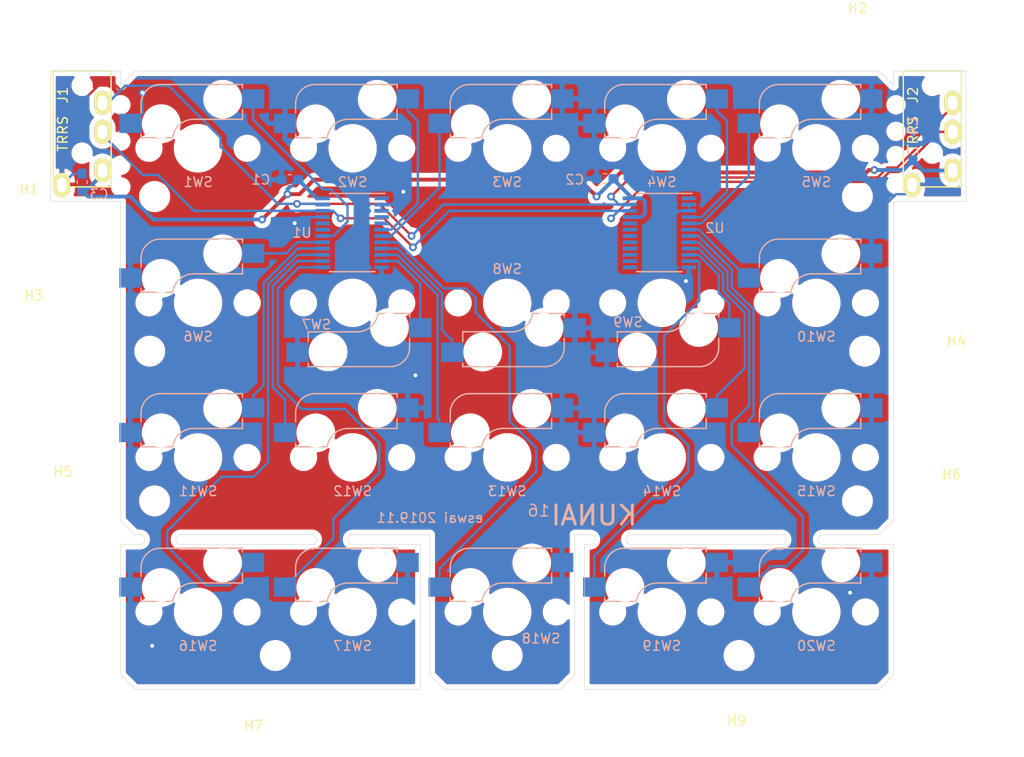
<source format=kicad_pcb>
(kicad_pcb (version 20171130) (host pcbnew "(5.1.4-0-10_14)")
  (layers (0 F.Cu signal) (31 B.Cu signal) (34 B.Paste user hide) (35 F.Paste user hide) (36 B.SilkS user) (37 F.SilkS user) (38 B.Mask user hide) (39 F.Mask user hide) (44 Edge.Cuts user))
  (net 0 "")
  (net 1 GND)
  (net 2 VCC)
  (net 3 SDA)
  (net 4 SCL)
  (net 5 S1)
  (net 6 S2)
  (net 7 S3)
  (net 8 S4)
  (net 9 S5)
  (net 10 S6)
  (net 11 S7)
  (net 12 S8)
  (net 13 S9)
  (net 14 S10)
  (net 15 S11)
  (net 16 S12)
  (net 17 S13)
  (net 18 S14)
  (net 19 S15)
  (net 20 S16)
  (net 21 S17)
  (net 22 S18)
  (net 23 S19)
  (net 24 S20)
  (module eswai:MJ-4PP-9_v3 (layer F.Cu) (at 124 24)
    (fp_text reference J2 (at -2 2.5 90) (layer F.SilkS))
    (fp_text value AudioJack4 hide)
    (fp_text user TRRS (at -2 6.5 90) (layer F.SilkS))
    (pad "" np_thru_hole circle (at 0 1.5) (size 1.2 1.2) (drill 1.2) (layers *.Cu *.Mask F.SilkS))
    (pad "" np_thru_hole circle (at 0 8.5) (size 1.2 1.2) (drill 1.2) (layers *.Cu *.Mask F.SilkS))
    (pad R2 thru_hole oval (at 2.1 3.3) (size 1.7 2.5) (drill oval 1 1.5) (layers *.Cu *.Mask F.SilkS) (net 3 SDA))
    (pad R1 thru_hole oval (at 2.1 6.3) (size 1.7 2.5) (drill oval 1 1.5) (layers *.Cu *.Mask F.SilkS) (net 4 SCL))
    (pad T thru_hole oval (at 2.1 10.3) (size 1.7 2.5) (drill oval 1 1.5) (layers *.Cu *.Mask F.SilkS) (net 2 VCC) (clearance 0.15))
    (pad S thru_hole oval (at -2.1 11.8) (size 1.7 2.5) (drill oval 1 1.5) (layers *.Cu *.Mask F.SilkS) (net 1 GND) (clearance 0.15))
  )
  (module eswai:MJ-4PP-9_v3 (layer F.Cu) (at 36 24)
    (fp_text reference J1 (at -2 2.5 90) (layer F.SilkS))
    (fp_text value AudioJack4 hide)
    (fp_text user TRRS (at -2 6.5 90) (layer F.SilkS))
    (pad "" np_thru_hole circle (at 0 1.5) (size 1.2 1.2) (drill 1.2) (layers *.Cu *.Mask F.SilkS))
    (pad "" np_thru_hole circle (at 0 8.5) (size 1.2 1.2) (drill 1.2) (layers *.Cu *.Mask F.SilkS))
    (pad R2 thru_hole oval (at 2.1 3.3) (size 1.7 2.5) (drill oval 1 1.5) (layers *.Cu *.Mask F.SilkS) (net 3 SDA))
    (pad R1 thru_hole oval (at 2.1 6.3) (size 1.7 2.5) (drill oval 1 1.5) (layers *.Cu *.Mask F.SilkS) (net 4 SCL))
    (pad T thru_hole oval (at 2.1 10.3) (size 1.7 2.5) (drill oval 1 1.5) (layers *.Cu *.Mask F.SilkS) (net 2 VCC) (clearance 0.15))
    (pad S thru_hole oval (at -2.1 11.8) (size 1.7 2.5) (drill oval 1 1.5) (layers *.Cu *.Mask F.SilkS) (net 1 GND) (clearance 0.15))
  )
  (module eswai:HOLE_copy (layer F.Cu) (at 120.25 35.75)
    (fp_text reference Ref**)
    (fp_text value Val**)
    (pad "" np_thru_hole circle (at 0 0) (size 1 1) (drill 1) (layers *.Cu *.Mask))
  )
  (module eswai:HOLE_copy (layer F.Cu) (at 120.25 32.75)
    (fp_text reference Ref**)
    (fp_text value Val**)
    (pad "" np_thru_hole circle (at 0 0) (size 1 1) (drill 1) (layers *.Cu *.Mask))
  )
  (module eswai:HOLE_copy (layer F.Cu) (at 120.25 30.25)
    (fp_text reference Ref**)
    (fp_text value Val**)
    (pad "" np_thru_hole circle (at 0 0) (size 1 1) (drill 1) (layers *.Cu *.Mask))
  )
  (module eswai:HOLE_copy (layer F.Cu) (at 120.25 27.5)
    (fp_text reference Ref**)
    (fp_text value Val**)
    (pad "" np_thru_hole circle (at 0 0) (size 1 1) (drill 1) (layers *.Cu *.Mask))
  )
  (module eswai:HOLE_copy (layer F.Cu) (at 40 36)
    (fp_text reference Ref**)
    (fp_text value Val**)
    (pad "" np_thru_hole circle (at 0 0) (size 1 1) (drill 1) (layers *.Cu *.Mask))
  )
  (module eswai:HOLE_copy (layer F.Cu) (at 40 33.75)
    (fp_text reference Ref**)
    (fp_text value Val**)
    (pad "" np_thru_hole circle (at 0 0) (size 1 1) (drill 1) (layers *.Cu *.Mask))
  )
  (module eswai:HOLE_copy (layer F.Cu) (at 40 31.25)
    (fp_text reference Ref**)
    (fp_text value Val**)
    (pad "" np_thru_hole circle (at 0 0) (size 1 1) (drill 1) (layers *.Cu *.Mask))
  )
  (module eswai:HOLE_copy (layer F.Cu) (at 40 27.5)
    (fp_text reference Ref**)
    (fp_text value Val**)
    (pad "" np_thru_hole circle (at 0 0) (size 1 1) (drill 1) (layers *.Cu *.Mask))
  )
  (module MountingHole:MountingHole_2.2mm_M2 (layer F.Cu) (at 104 84.5)
    (fp_text reference H9 (at -0.25 6.75) (layer F.SilkS))
    (fp_text value MountingHole)
    (pad 1 np_thru_hole circle (at 0 0) (size 2.2 2.2) (drill 2.2) (layers *.Cu *.Mask))
  )
  (module MountingHole:MountingHole_2.2mm_M2 (layer F.Cu) (at 80 84.5)
    (fp_text reference H8 (at 0 -3.2) (layer F.SilkS))
    (fp_text value MountingHole)
    (pad 1 np_thru_hole circle (at 0 0) (size 2.2 2.2) (drill 2.2) (layers *.Cu *.Mask))
  )
  (module MountingHole:MountingHole_2.2mm_M2 (layer F.Cu) (at 56 84.5)
    (fp_text reference H7 (at -2.25 7.25) (layer F.SilkS))
    (fp_text value MountingHole)
    (pad 1 np_thru_hole circle (at 0 0) (size 2.2 2.2) (drill 2.2) (layers *.Cu *.Mask))
  )
  (module MountingHole:MountingHole_2.2mm_M2 (layer F.Cu) (at 116.25 68.5)
    (fp_text reference H6 (at 9.75 -2.75) (layer F.SilkS))
    (fp_text value MountingHole)
    (pad 1 np_thru_hole circle (at 0 0) (size 2.2 2.2) (drill 2.2) (layers *.Cu *.Mask))
  )
  (module MountingHole:MountingHole_2.2mm_M2 (layer F.Cu) (at 43.5 68.5)
    (fp_text reference H5 (at -9.5 -3) (layer F.SilkS))
    (fp_text value MountingHole)
    (pad 1 np_thru_hole circle (at 0 0) (size 2.2 2.2) (drill 2.2) (layers *.Cu *.Mask))
  )
  (module MountingHole:MountingHole_2.2mm_M2 (layer F.Cu) (at 117 53)
    (fp_text reference H4 (at 9.5 -1) (layer F.SilkS))
    (fp_text value MountingHole)
    (pad 1 np_thru_hole circle (at 0 0) (size 2.2 2.2) (drill 2.2) (layers *.Cu *.Mask))
  )
  (module MountingHole:MountingHole_2.2mm_M2 (layer F.Cu) (at 43 53)
    (fp_text reference H3 (at -12 -5.75) (layer F.SilkS))
    (fp_text value MountingHole)
    (pad 1 np_thru_hole circle (at 0 0) (size 2.2 2.2) (drill 2.2) (layers *.Cu *.Mask))
  )
  (module eswai:CherryMX_Hotswap (layer F.Cu) (at 112 80)
    (fp_text reference SW20 (at 0 3.5) (layer B.SilkS) (effects (justify mirror)))
    (fp_text value SW_PUSH hide)
    (pad 2 smd rect (at 5.7 -5.12 180) (size 2.3 2) (layers B.Cu B.Paste B.Mask) (net 1 GND))
    (pad "" np_thru_hole circle (at -5.08 0) (size 1.8 1.8) (drill 1.8) (layers *.Cu *.Mask))
    (pad "" np_thru_hole circle (at 5.08 0) (size 1.8 1.8) (drill 1.8) (layers *.Cu *.Mask))
    (pad "" np_thru_hole circle (at 0 0 90) (size 4 4) (drill 4) (layers *.Cu *.Mask))
    (pad "" np_thru_hole circle (at 2.54 -5.08 180) (size 3 3) (drill 3) (layers *.Cu *.Mask))
    (pad "" np_thru_hole circle (at -3.81 -2.54 180) (size 3 3) (drill 3) (layers *.Cu *.Mask))
    (pad 1 smd rect (at -7 -2.58 180) (size 2.3 2) (layers B.Cu B.Paste B.Mask) (net 24 S20))
  )
  (module eswai:CherryMX_Hotswap (layer F.Cu) (at 96 80)
    (fp_text reference SW19 (at 0 3.5) (layer B.SilkS) (effects (justify mirror)))
    (fp_text value SW_PUSH hide)
    (pad 2 smd rect (at 5.7 -5.12 180) (size 2.3 2) (layers B.Cu B.Paste B.Mask) (net 1 GND))
    (pad "" np_thru_hole circle (at -5.08 0) (size 1.8 1.8) (drill 1.8) (layers *.Cu *.Mask))
    (pad "" np_thru_hole circle (at 5.08 0) (size 1.8 1.8) (drill 1.8) (layers *.Cu *.Mask))
    (pad "" np_thru_hole circle (at 0 0 90) (size 4 4) (drill 4) (layers *.Cu *.Mask))
    (pad "" np_thru_hole circle (at 2.54 -5.08 180) (size 3 3) (drill 3) (layers *.Cu *.Mask))
    (pad "" np_thru_hole circle (at -3.81 -2.54 180) (size 3 3) (drill 3) (layers *.Cu *.Mask))
    (pad 1 smd rect (at -7 -2.58 180) (size 2.3 2) (layers B.Cu B.Paste B.Mask) (net 23 S19))
  )
  (module eswai:CherryMX_Hotswap (layer F.Cu) (at 80 80)
    (fp_text reference SW18 (at 3.5 2.75) (layer B.SilkS) (effects (justify mirror)))
    (fp_text value SW_PUSH hide)
    (pad 2 smd rect (at 5.7 -5.12 180) (size 2.3 2) (layers B.Cu B.Paste B.Mask) (net 1 GND))
    (pad "" np_thru_hole circle (at -5.08 0) (size 1.8 1.8) (drill 1.8) (layers *.Cu *.Mask))
    (pad "" np_thru_hole circle (at 5.08 0) (size 1.8 1.8) (drill 1.8) (layers *.Cu *.Mask))
    (pad "" np_thru_hole circle (at 0 0 90) (size 4 4) (drill 4) (layers *.Cu *.Mask))
    (pad "" np_thru_hole circle (at 2.54 -5.08 180) (size 3 3) (drill 3) (layers *.Cu *.Mask))
    (pad "" np_thru_hole circle (at -3.81 -2.54 180) (size 3 3) (drill 3) (layers *.Cu *.Mask))
    (pad 1 smd rect (at -7 -2.58 180) (size 2.3 2) (layers B.Cu B.Paste B.Mask) (net 22 S18))
  )
  (module eswai:CherryMX_Hotswap (layer F.Cu) (at 64 80)
    (fp_text reference SW17 (at 0 3.5) (layer B.SilkS) (effects (justify mirror)))
    (fp_text value SW_PUSH hide)
    (pad 2 smd rect (at 5.7 -5.12 180) (size 2.3 2) (layers B.Cu B.Paste B.Mask) (net 1 GND))
    (pad "" np_thru_hole circle (at -5.08 0) (size 1.8 1.8) (drill 1.8) (layers *.Cu *.Mask))
    (pad "" np_thru_hole circle (at 5.08 0) (size 1.8 1.8) (drill 1.8) (layers *.Cu *.Mask))
    (pad "" np_thru_hole circle (at 0 0 90) (size 4 4) (drill 4) (layers *.Cu *.Mask))
    (pad "" np_thru_hole circle (at 2.54 -5.08 180) (size 3 3) (drill 3) (layers *.Cu *.Mask))
    (pad "" np_thru_hole circle (at -3.81 -2.54 180) (size 3 3) (drill 3) (layers *.Cu *.Mask))
    (pad 1 smd rect (at -7 -2.58 180) (size 2.3 2) (layers B.Cu B.Paste B.Mask) (net 21 S17))
  )
  (module eswai:CherryMX_Hotswap (layer F.Cu) (at 48 80)
    (fp_text reference SW16 (at 0 3.5) (layer B.SilkS) (effects (justify mirror)))
    (fp_text value SW_PUSH hide)
    (pad 2 smd rect (at 5.7 -5.12 180) (size 2.3 2) (layers B.Cu B.Paste B.Mask) (net 20 S16))
    (pad "" np_thru_hole circle (at -5.08 0) (size 1.8 1.8) (drill 1.8) (layers *.Cu *.Mask))
    (pad "" np_thru_hole circle (at 5.08 0) (size 1.8 1.8) (drill 1.8) (layers *.Cu *.Mask))
    (pad "" np_thru_hole circle (at 0 0 90) (size 4 4) (drill 4) (layers *.Cu *.Mask))
    (pad "" np_thru_hole circle (at 2.54 -5.08 180) (size 3 3) (drill 3) (layers *.Cu *.Mask))
    (pad "" np_thru_hole circle (at -3.81 -2.54 180) (size 3 3) (drill 3) (layers *.Cu *.Mask))
    (pad 1 smd rect (at -7 -2.58 180) (size 2.3 2) (layers B.Cu B.Paste B.Mask) (net 1 GND))
  )
  (module eswai:CherryMX_Hotswap (layer F.Cu) (at 112 64)
    (fp_text reference SW15 (at 0 3.5) (layer B.SilkS) (effects (justify mirror)))
    (fp_text value SW_PUSH hide)
    (pad 2 smd rect (at 5.7 -5.12 180) (size 2.3 2) (layers B.Cu B.Paste B.Mask) (net 1 GND))
    (pad "" np_thru_hole circle (at -5.08 0) (size 1.8 1.8) (drill 1.8) (layers *.Cu *.Mask))
    (pad "" np_thru_hole circle (at 5.08 0) (size 1.8 1.8) (drill 1.8) (layers *.Cu *.Mask))
    (pad "" np_thru_hole circle (at 0 0 90) (size 4 4) (drill 4) (layers *.Cu *.Mask))
    (pad "" np_thru_hole circle (at 2.54 -5.08 180) (size 3 3) (drill 3) (layers *.Cu *.Mask))
    (pad "" np_thru_hole circle (at -3.81 -2.54 180) (size 3 3) (drill 3) (layers *.Cu *.Mask))
    (pad 1 smd rect (at -7 -2.58 180) (size 2.3 2) (layers B.Cu B.Paste B.Mask) (net 19 S15))
  )
  (module eswai:CherryMX_Hotswap (layer F.Cu) (at 96 64)
    (fp_text reference SW14 (at 0 3.5) (layer B.SilkS) (effects (justify mirror)))
    (fp_text value SW_PUSH hide)
    (pad 2 smd rect (at 5.7 -5.12 180) (size 2.3 2) (layers B.Cu B.Paste B.Mask) (net 18 S14))
    (pad "" np_thru_hole circle (at -5.08 0) (size 1.8 1.8) (drill 1.8) (layers *.Cu *.Mask))
    (pad "" np_thru_hole circle (at 5.08 0) (size 1.8 1.8) (drill 1.8) (layers *.Cu *.Mask))
    (pad "" np_thru_hole circle (at 0 0 90) (size 4 4) (drill 4) (layers *.Cu *.Mask))
    (pad "" np_thru_hole circle (at 2.54 -5.08 180) (size 3 3) (drill 3) (layers *.Cu *.Mask))
    (pad "" np_thru_hole circle (at -3.81 -2.54 180) (size 3 3) (drill 3) (layers *.Cu *.Mask))
    (pad 1 smd rect (at -7 -2.58 180) (size 2.3 2) (layers B.Cu B.Paste B.Mask) (net 1 GND))
  )
  (module eswai:CherryMX_Hotswap (layer F.Cu) (at 80 64)
    (fp_text reference SW13 (at 0 3.5) (layer B.SilkS) (effects (justify mirror)))
    (fp_text value SW_PUSH hide)
    (pad 2 smd rect (at 5.7 -5.12 180) (size 2.3 2) (layers B.Cu B.Paste B.Mask) (net 1 GND))
    (pad "" np_thru_hole circle (at -5.08 0) (size 1.8 1.8) (drill 1.8) (layers *.Cu *.Mask))
    (pad "" np_thru_hole circle (at 5.08 0) (size 1.8 1.8) (drill 1.8) (layers *.Cu *.Mask))
    (pad "" np_thru_hole circle (at 0 0 90) (size 4 4) (drill 4) (layers *.Cu *.Mask))
    (pad "" np_thru_hole circle (at 2.54 -5.08 180) (size 3 3) (drill 3) (layers *.Cu *.Mask))
    (pad "" np_thru_hole circle (at -3.81 -2.54 180) (size 3 3) (drill 3) (layers *.Cu *.Mask))
    (pad 1 smd rect (at -7 -2.58 180) (size 2.3 2) (layers B.Cu B.Paste B.Mask) (net 17 S13))
  )
  (module eswai:CherryMX_Hotswap (layer F.Cu) (at 64 64)
    (fp_text reference SW12 (at 0 3.5) (layer B.SilkS) (effects (justify mirror)))
    (fp_text value SW_PUSH hide)
    (pad 2 smd rect (at 5.7 -5.12 180) (size 2.3 2) (layers B.Cu B.Paste B.Mask) (net 1 GND))
    (pad "" np_thru_hole circle (at -5.08 0) (size 1.8 1.8) (drill 1.8) (layers *.Cu *.Mask))
    (pad "" np_thru_hole circle (at 5.08 0) (size 1.8 1.8) (drill 1.8) (layers *.Cu *.Mask))
    (pad "" np_thru_hole circle (at 0 0 90) (size 4 4) (drill 4) (layers *.Cu *.Mask))
    (pad "" np_thru_hole circle (at 2.54 -5.08 180) (size 3 3) (drill 3) (layers *.Cu *.Mask))
    (pad "" np_thru_hole circle (at -3.81 -2.54 180) (size 3 3) (drill 3) (layers *.Cu *.Mask))
    (pad 1 smd rect (at -7 -2.58 180) (size 2.3 2) (layers B.Cu B.Paste B.Mask) (net 16 S12))
  )
  (module eswai:CherryMX_Hotswap (layer F.Cu) (at 48 64)
    (fp_text reference SW11 (at 0 3.5) (layer B.SilkS) (effects (justify mirror)))
    (fp_text value SW_PUSH hide)
    (pad 2 smd rect (at 5.7 -5.12 180) (size 2.3 2) (layers B.Cu B.Paste B.Mask) (net 15 S11))
    (pad "" np_thru_hole circle (at -5.08 0) (size 1.8 1.8) (drill 1.8) (layers *.Cu *.Mask))
    (pad "" np_thru_hole circle (at 5.08 0) (size 1.8 1.8) (drill 1.8) (layers *.Cu *.Mask))
    (pad "" np_thru_hole circle (at 0 0 90) (size 4 4) (drill 4) (layers *.Cu *.Mask))
    (pad "" np_thru_hole circle (at 2.54 -5.08 180) (size 3 3) (drill 3) (layers *.Cu *.Mask))
    (pad "" np_thru_hole circle (at -3.81 -2.54 180) (size 3 3) (drill 3) (layers *.Cu *.Mask))
    (pad 1 smd rect (at -7 -2.58 180) (size 2.3 2) (layers B.Cu B.Paste B.Mask) (net 1 GND))
  )
  (module eswai:CherryMX_Hotswap (layer F.Cu) (at 112 48)
    (fp_text reference SW10 (at 0 3.5) (layer B.SilkS) (effects (justify mirror)))
    (fp_text value SW_PUSH hide)
    (pad 2 smd rect (at 5.7 -5.12 180) (size 2.3 2) (layers B.Cu B.Paste B.Mask) (net 1 GND))
    (pad "" np_thru_hole circle (at -5.08 0) (size 1.8 1.8) (drill 1.8) (layers *.Cu *.Mask))
    (pad "" np_thru_hole circle (at 5.08 0) (size 1.8 1.8) (drill 1.8) (layers *.Cu *.Mask))
    (pad "" np_thru_hole circle (at 0 0 90) (size 4 4) (drill 4) (layers *.Cu *.Mask))
    (pad "" np_thru_hole circle (at 2.54 -5.08 180) (size 3 3) (drill 3) (layers *.Cu *.Mask))
    (pad "" np_thru_hole circle (at -3.81 -2.54 180) (size 3 3) (drill 3) (layers *.Cu *.Mask))
    (pad 1 smd rect (at -7 -2.58 180) (size 2.3 2) (layers B.Cu B.Paste B.Mask) (net 14 S10))
  )
  (module eswai:CherryMX_Hotswap (layer F.Cu) (at 96 48 180)
    (fp_text reference SW9 (at 3.5 -2) (layer B.SilkS) (effects (justify mirror)))
    (fp_text value SW_PUSH hide)
    (pad 2 smd rect (at 5.7 -5.12) (size 2.3 2) (layers B.Cu B.Paste B.Mask) (net 1 GND))
    (pad "" np_thru_hole circle (at -5.08 0 180) (size 1.8 1.8) (drill 1.8) (layers *.Cu *.Mask))
    (pad "" np_thru_hole circle (at 5.08 0 180) (size 1.8 1.8) (drill 1.8) (layers *.Cu *.Mask))
    (pad "" np_thru_hole circle (at 0 0 270) (size 4 4) (drill 4) (layers *.Cu *.Mask))
    (pad "" np_thru_hole circle (at 2.54 -5.08) (size 3 3) (drill 3) (layers *.Cu *.Mask))
    (pad "" np_thru_hole circle (at -3.81 -2.54) (size 3 3) (drill 3) (layers *.Cu *.Mask))
    (pad 1 smd rect (at -7 -2.58) (size 2.3 2) (layers B.Cu B.Paste B.Mask) (net 13 S9))
  )
  (module eswai:CherryMX_Hotswap (layer F.Cu) (at 80 48 180)
    (fp_text reference SW8 (at 0 3.5) (layer B.SilkS) (effects (justify mirror)))
    (fp_text value SW_PUSH hide)
    (pad 2 smd rect (at 5.7 -5.12) (size 2.3 2) (layers B.Cu B.Paste B.Mask) (net 12 S8))
    (pad "" np_thru_hole circle (at -5.08 0 180) (size 1.8 1.8) (drill 1.8) (layers *.Cu *.Mask))
    (pad "" np_thru_hole circle (at 5.08 0 180) (size 1.8 1.8) (drill 1.8) (layers *.Cu *.Mask))
    (pad "" np_thru_hole circle (at 0 0 270) (size 4 4) (drill 4) (layers *.Cu *.Mask))
    (pad "" np_thru_hole circle (at 2.54 -5.08) (size 3 3) (drill 3) (layers *.Cu *.Mask))
    (pad "" np_thru_hole circle (at -3.81 -2.54) (size 3 3) (drill 3) (layers *.Cu *.Mask))
    (pad 1 smd rect (at -7 -2.58) (size 2.3 2) (layers B.Cu B.Paste B.Mask) (net 1 GND))
  )
  (module eswai:CherryMX_Hotswap (layer F.Cu) (at 64 48 180)
    (fp_text reference SW7 (at 3.75 -2.25) (layer B.SilkS) (effects (justify mirror)))
    (fp_text value SW_PUSH hide)
    (pad 2 smd rect (at 5.7 -5.12) (size 2.3 2) (layers B.Cu B.Paste B.Mask) (net 1 GND))
    (pad "" np_thru_hole circle (at -5.08 0 180) (size 1.8 1.8) (drill 1.8) (layers *.Cu *.Mask))
    (pad "" np_thru_hole circle (at 5.08 0 180) (size 1.8 1.8) (drill 1.8) (layers *.Cu *.Mask))
    (pad "" np_thru_hole circle (at 0 0 270) (size 4 4) (drill 4) (layers *.Cu *.Mask))
    (pad "" np_thru_hole circle (at 2.54 -5.08) (size 3 3) (drill 3) (layers *.Cu *.Mask))
    (pad "" np_thru_hole circle (at -3.81 -2.54) (size 3 3) (drill 3) (layers *.Cu *.Mask))
    (pad 1 smd rect (at -7 -2.58) (size 2.3 2) (layers B.Cu B.Paste B.Mask) (net 11 S7))
  )
  (module eswai:CherryMX_Hotswap (layer F.Cu) (at 48 48)
    (fp_text reference SW6 (at 0 3.5) (layer B.SilkS) (effects (justify mirror)))
    (fp_text value SW_PUSH hide)
    (pad 2 smd rect (at 5.7 -5.12 180) (size 2.3 2) (layers B.Cu B.Paste B.Mask) (net 10 S6))
    (pad "" np_thru_hole circle (at -5.08 0) (size 1.8 1.8) (drill 1.8) (layers *.Cu *.Mask))
    (pad "" np_thru_hole circle (at 5.08 0) (size 1.8 1.8) (drill 1.8) (layers *.Cu *.Mask))
    (pad "" np_thru_hole circle (at 0 0 90) (size 4 4) (drill 4) (layers *.Cu *.Mask))
    (pad "" np_thru_hole circle (at 2.54 -5.08 180) (size 3 3) (drill 3) (layers *.Cu *.Mask))
    (pad "" np_thru_hole circle (at -3.81 -2.54 180) (size 3 3) (drill 3) (layers *.Cu *.Mask))
    (pad 1 smd rect (at -7 -2.58 180) (size 2.3 2) (layers B.Cu B.Paste B.Mask) (net 1 GND))
  )
  (module eswai:CherryMX_Hotswap (layer F.Cu) (at 112 32)
    (fp_text reference SW5 (at 0 3.5) (layer B.SilkS) (effects (justify mirror)))
    (fp_text value SW_PUSH hide)
    (pad 2 smd rect (at 5.7 -5.12 180) (size 2.3 2) (layers B.Cu B.Paste B.Mask) (net 1 GND))
    (pad "" np_thru_hole circle (at -5.08 0) (size 1.8 1.8) (drill 1.8) (layers *.Cu *.Mask))
    (pad "" np_thru_hole circle (at 5.08 0) (size 1.8 1.8) (drill 1.8) (layers *.Cu *.Mask))
    (pad "" np_thru_hole circle (at 0 0 90) (size 4 4) (drill 4) (layers *.Cu *.Mask))
    (pad "" np_thru_hole circle (at 2.54 -5.08 180) (size 3 3) (drill 3) (layers *.Cu *.Mask))
    (pad "" np_thru_hole circle (at -3.81 -2.54 180) (size 3 3) (drill 3) (layers *.Cu *.Mask))
    (pad 1 smd rect (at -7 -2.58 180) (size 2.3 2) (layers B.Cu B.Paste B.Mask) (net 9 S5))
  )
  (module eswai:CherryMX_Hotswap (layer F.Cu) (at 96 32)
    (fp_text reference SW4 (at 0 3.5) (layer B.SilkS) (effects (justify mirror)))
    (fp_text value SW_PUSH hide)
    (pad 2 smd rect (at 5.7 -5.12 180) (size 2.3 2) (layers B.Cu B.Paste B.Mask) (net 8 S4))
    (pad "" np_thru_hole circle (at -5.08 0) (size 1.8 1.8) (drill 1.8) (layers *.Cu *.Mask))
    (pad "" np_thru_hole circle (at 5.08 0) (size 1.8 1.8) (drill 1.8) (layers *.Cu *.Mask))
    (pad "" np_thru_hole circle (at 0 0 90) (size 4 4) (drill 4) (layers *.Cu *.Mask))
    (pad "" np_thru_hole circle (at 2.54 -5.08 180) (size 3 3) (drill 3) (layers *.Cu *.Mask))
    (pad "" np_thru_hole circle (at -3.81 -2.54 180) (size 3 3) (drill 3) (layers *.Cu *.Mask))
    (pad 1 smd rect (at -7 -2.58 180) (size 2.3 2) (layers B.Cu B.Paste B.Mask) (net 1 GND))
  )
  (module eswai:CherryMX_Hotswap (layer F.Cu) (at 80 32)
    (fp_text reference SW3 (at 0 3.5) (layer B.SilkS) (effects (justify mirror)))
    (fp_text value SW_PUSH hide)
    (pad 2 smd rect (at 5.7 -5.12 180) (size 2.3 2) (layers B.Cu B.Paste B.Mask) (net 1 GND))
    (pad "" np_thru_hole circle (at -5.08 0) (size 1.8 1.8) (drill 1.8) (layers *.Cu *.Mask))
    (pad "" np_thru_hole circle (at 5.08 0) (size 1.8 1.8) (drill 1.8) (layers *.Cu *.Mask))
    (pad "" np_thru_hole circle (at 0 0 90) (size 4 4) (drill 4) (layers *.Cu *.Mask))
    (pad "" np_thru_hole circle (at 2.54 -5.08 180) (size 3 3) (drill 3) (layers *.Cu *.Mask))
    (pad "" np_thru_hole circle (at -3.81 -2.54 180) (size 3 3) (drill 3) (layers *.Cu *.Mask))
    (pad 1 smd rect (at -7 -2.58 180) (size 2.3 2) (layers B.Cu B.Paste B.Mask) (net 7 S3))
  )
  (module eswai:CherryMX_Hotswap (layer F.Cu) (at 64 32)
    (fp_text reference SW2 (at 0 3.5) (layer B.SilkS) (effects (justify mirror)))
    (fp_text value SW_PUSH hide)
    (pad 2 smd rect (at 5.7 -5.12 180) (size 2.3 2) (layers B.Cu B.Paste B.Mask) (net 6 S2))
    (pad "" np_thru_hole circle (at -5.08 0) (size 1.8 1.8) (drill 1.8) (layers *.Cu *.Mask))
    (pad "" np_thru_hole circle (at 5.08 0) (size 1.8 1.8) (drill 1.8) (layers *.Cu *.Mask))
    (pad "" np_thru_hole circle (at 0 0 90) (size 4 4) (drill 4) (layers *.Cu *.Mask))
    (pad "" np_thru_hole circle (at 2.54 -5.08 180) (size 3 3) (drill 3) (layers *.Cu *.Mask))
    (pad "" np_thru_hole circle (at -3.81 -2.54 180) (size 3 3) (drill 3) (layers *.Cu *.Mask))
    (pad 1 smd rect (at -7 -2.58 180) (size 2.3 2) (layers B.Cu B.Paste B.Mask) (net 1 GND))
  )
  (module eswai:CherryMX_Hotswap (layer F.Cu) (at 48 32)
    (fp_text reference SW1 (at 0 3.5) (layer B.SilkS) (effects (justify mirror)))
    (fp_text value SW_PUSH hide)
    (pad 2 smd rect (at 5.7 -5.12 180) (size 2.3 2) (layers B.Cu B.Paste B.Mask) (net 5 S1))
    (pad "" np_thru_hole circle (at -5.08 0) (size 1.8 1.8) (drill 1.8) (layers *.Cu *.Mask))
    (pad "" np_thru_hole circle (at 5.08 0) (size 1.8 1.8) (drill 1.8) (layers *.Cu *.Mask))
    (pad "" np_thru_hole circle (at 0 0 90) (size 4 4) (drill 4) (layers *.Cu *.Mask))
    (pad "" np_thru_hole circle (at 2.54 -5.08 180) (size 3 3) (drill 3) (layers *.Cu *.Mask))
    (pad "" np_thru_hole circle (at -3.81 -2.54 180) (size 3 3) (drill 3) (layers *.Cu *.Mask))
    (pad 1 smd rect (at -7 -2.58 180) (size 2.3 2) (layers B.Cu B.Paste B.Mask) (net 1 GND))
  )
  (module Capacitor_SMD:C_0603_1608Metric_Pad1.05x0.95mm_HandSolder (layer B.Cu) (at 122 32.375 90)
    (fp_text reference C4 (at 2.625 0 90) (layer B.SilkS) (effects (justify mirror)))
    (fp_text value 1uF)
    (pad 2 smd roundrect (at 0.875 0 90) (size 1.05 0.95) (layers B.Cu B.Paste B.Mask) (net 1 GND))
    (pad 1 smd roundrect (at -0.875 0 90) (size 1.05 0.95) (layers B.Cu B.Paste B.Mask) (net 2 VCC))
  )
  (module Capacitor_SMD:C_0603_1608Metric_Pad1.05x0.95mm_HandSolder (layer B.Cu) (at 36 35.5 90)
    (fp_text reference C3 (at -1.25 1.75 180) (layer B.SilkS) (effects (justify mirror)))
    (fp_text value 1uF)
    (pad 2 smd roundrect (at 0.875 0 90) (size 1.05 0.95) (layers B.Cu B.Paste B.Mask) (net 1 GND))
    (pad 1 smd roundrect (at -0.875 0 90) (size 1.05 0.95) (layers B.Cu B.Paste B.Mask) (net 2 VCC))
  )
  (module Capacitor_SMD:C_0603_1608Metric_Pad1.05x0.95mm_HandSolder (layer B.Cu) (at 90.1375 35.15 180)
    (fp_text reference C2 (at 3.1375 -0.1) (layer B.SilkS) (effects (justify mirror)))
    (fp_text value 100nF)
    (pad 2 smd roundrect (at 0.875 0 180) (size 1.05 0.95) (layers B.Cu B.Paste B.Mask) (net 1 GND))
    (pad 1 smd roundrect (at -0.875 0 180) (size 1.05 0.95) (layers B.Cu B.Paste B.Mask) (net 2 VCC))
  )
  (module Capacitor_SMD:C_0603_1608Metric_Pad1.05x0.95mm_HandSolder (layer B.Cu) (at 57.5 35.25 180)
    (fp_text reference C1 (at 3 0) (layer B.SilkS) (effects (justify mirror)))
    (fp_text value 100nF)
    (pad 2 smd roundrect (at 0.875 0 180) (size 1.05 0.95) (layers B.Cu B.Paste B.Mask) (net 1 GND))
    (pad 1 smd roundrect (at -0.875 0 180) (size 1.05 0.95) (layers B.Cu B.Paste B.Mask) (net 2 VCC))
  )
  (module eswai:TSSOP-24_4.4x7.8mm_P0.65mm (layer B.Cu) (at 95.75 40.75 180)
    (fp_text reference U2 (at -5.75 0.5) (layer B.SilkS) (effects (justify mirror)))
    (fp_text value PCA9555PW)
    (pad 1 smd rect (at -3.05 3.575 180) (size 1.5 0.4) (layers B.Cu B.Paste B.Mask))
    (pad 2 smd rect (at -3.05 2.925 180) (size 1.5 0.4) (layers B.Cu B.Paste B.Mask) (net 1 GND))
    (pad 3 smd rect (at -3.05 2.275 180) (size 1.5 0.4) (layers B.Cu B.Paste B.Mask) (net 1 GND))
    (pad 4 smd rect (at -3.05 1.625 180) (size 1.5 0.4) (layers B.Cu B.Paste B.Mask) (net 8 S4))
    (pad 5 smd rect (at -3.05 0.975 180) (size 1.5 0.4) (layers B.Cu B.Paste B.Mask) (net 9 S5))
    (pad 6 smd rect (at -3.05 0.325 180) (size 1.5 0.4) (layers B.Cu B.Paste B.Mask) (net 14 S10))
    (pad 7 smd rect (at -3.05 -0.325 180) (size 1.5 0.4) (layers B.Cu B.Paste B.Mask) (net 19 S15))
    (pad 8 smd rect (at -3.05 -0.975 180) (size 1.5 0.4) (layers B.Cu B.Paste B.Mask) (net 24 S20))
    (pad 9 smd rect (at -3.05 -1.625 180) (size 1.5 0.4) (layers B.Cu B.Paste B.Mask) (net 18 S14))
    (pad 10 smd rect (at -3.05 -2.275 180) (size 1.5 0.4) (layers B.Cu B.Paste B.Mask) (net 13 S9))
    (pad 11 smd rect (at -3.05 -2.925 180) (size 1.5 0.4) (layers B.Cu B.Paste B.Mask) (net 23 S19))
    (pad 12 smd rect (at -3.05 -3.575 180) (size 1.5 0.4) (layers B.Cu B.Paste B.Mask) (net 1 GND))
    (pad 13 smd rect (at 3.05 -3.575 180) (size 1.5 0.4) (layers B.Cu B.Paste B.Mask))
    (pad 14 smd rect (at 3.05 -2.925 180) (size 1.5 0.4) (layers B.Cu B.Paste B.Mask))
    (pad 15 smd rect (at 3.05 -2.275 180) (size 1.5 0.4) (layers B.Cu B.Paste B.Mask))
    (pad 16 smd rect (at 3.05 -1.625 180) (size 1.5 0.4) (layers B.Cu B.Paste B.Mask))
    (pad 17 smd rect (at 3.05 -0.975 180) (size 1.5 0.4) (layers B.Cu B.Paste B.Mask))
    (pad 18 smd rect (at 3.05 -0.325 180) (size 1.5 0.4) (layers B.Cu B.Paste B.Mask))
    (pad 19 smd rect (at 3.05 0.325 180) (size 1.5 0.4) (layers B.Cu B.Paste B.Mask))
    (pad 20 smd rect (at 3.05 0.975 180) (size 1.5 0.4) (layers B.Cu B.Paste B.Mask))
    (pad 21 smd rect (at 3.05 1.625 180) (size 1.5 0.4) (layers B.Cu B.Paste B.Mask) (net 2 VCC))
    (pad 22 smd rect (at 3.05 2.275 180) (size 1.5 0.4) (layers B.Cu B.Paste B.Mask) (net 4 SCL))
    (pad 23 smd rect (at 3.05 2.925 180) (size 1.5 0.4) (layers B.Cu B.Paste B.Mask) (net 3 SDA))
    (pad 24 smd rect (at 3.05 3.575 180) (size 1.5 0.4) (layers B.Cu B.Paste B.Mask) (net 2 VCC))
  )
  (module eswai:TSSOP-24_4.4x7.8mm_P0.65mm (layer B.Cu) (at 63.95 40.75 180)
    (fp_text reference U1 (at 5.2 0) (layer B.SilkS) (effects (justify mirror)))
    (fp_text value PCA9555PW)
    (pad 1 smd rect (at -3.05 3.575 180) (size 1.5 0.4) (layers B.Cu B.Paste B.Mask))
    (pad 2 smd rect (at -3.05 2.925 180) (size 1.5 0.4) (layers B.Cu B.Paste B.Mask) (net 1 GND))
    (pad 3 smd rect (at -3.05 2.275 180) (size 1.5 0.4) (layers B.Cu B.Paste B.Mask) (net 1 GND))
    (pad 4 smd rect (at -3.05 1.625 180) (size 1.5 0.4) (layers B.Cu B.Paste B.Mask))
    (pad 5 smd rect (at -3.05 0.975 180) (size 1.5 0.4) (layers B.Cu B.Paste B.Mask))
    (pad 6 smd rect (at -3.05 0.325 180) (size 1.5 0.4) (layers B.Cu B.Paste B.Mask) (net 6 S2))
    (pad 7 smd rect (at -3.05 -0.325 180) (size 1.5 0.4) (layers B.Cu B.Paste B.Mask) (net 7 S3))
    (pad 8 smd rect (at -3.05 -0.975 180) (size 1.5 0.4) (layers B.Cu B.Paste B.Mask) (net 22 S18))
    (pad 9 smd rect (at -3.05 -1.625 180) (size 1.5 0.4) (layers B.Cu B.Paste B.Mask) (net 12 S8))
    (pad 10 smd rect (at -3.05 -2.275 180) (size 1.5 0.4) (layers B.Cu B.Paste B.Mask) (net 17 S13))
    (pad 11 smd rect (at -3.05 -2.925 180) (size 1.5 0.4) (layers B.Cu B.Paste B.Mask) (net 11 S7))
    (pad 12 smd rect (at -3.05 -3.575 180) (size 1.5 0.4) (layers B.Cu B.Paste B.Mask) (net 1 GND))
    (pad 13 smd rect (at 3.05 -3.575 180) (size 1.5 0.4) (layers B.Cu B.Paste B.Mask) (net 21 S17))
    (pad 14 smd rect (at 3.05 -2.925 180) (size 1.5 0.4) (layers B.Cu B.Paste B.Mask) (net 16 S12))
    (pad 15 smd rect (at 3.05 -2.275 180) (size 1.5 0.4) (layers B.Cu B.Paste B.Mask) (net 20 S16))
    (pad 16 smd rect (at 3.05 -1.625 180) (size 1.5 0.4) (layers B.Cu B.Paste B.Mask) (net 15 S11))
    (pad 17 smd rect (at 3.05 -0.975 180) (size 1.5 0.4) (layers B.Cu B.Paste B.Mask) (net 10 S6))
    (pad 18 smd rect (at 3.05 -0.325 180) (size 1.5 0.4) (layers B.Cu B.Paste B.Mask) (net 5 S1))
    (pad 19 smd rect (at 3.05 0.325 180) (size 1.5 0.4) (layers B.Cu B.Paste B.Mask))
    (pad 20 smd rect (at 3.05 0.975 180) (size 1.5 0.4) (layers B.Cu B.Paste B.Mask))
    (pad 21 smd rect (at 3.05 1.625 180) (size 1.5 0.4) (layers B.Cu B.Paste B.Mask) (net 1 GND))
    (pad 22 smd rect (at 3.05 2.275 180) (size 1.5 0.4) (layers B.Cu B.Paste B.Mask) (net 4 SCL))
    (pad 23 smd rect (at 3.05 2.925 180) (size 1.5 0.4) (layers B.Cu B.Paste B.Mask) (net 3 SDA))
    (pad 24 smd rect (at 3.05 3.575 180) (size 1.5 0.4) (layers B.Cu B.Paste B.Mask) (net 2 VCC))
  )
  (module MountingHole:MountingHole_2.2mm_M2 (layer F.Cu) (at 116.25 37)
    (fp_text reference H2 (at 0 -19.5) (layer F.SilkS))
    (fp_text value MountingHole)
    (pad 1 np_thru_hole circle (at 0 0) (size 2.2 2.2) (drill 2.2) (layers *.Cu *.Mask))
  )
  (module MountingHole:MountingHole_2.2mm_M2 (layer F.Cu) (at 43.5 37)
    (fp_text reference H1 (at -13 -0.75) (layer F.SilkS))
    (fp_text value MountingHole)
    (pad 1 np_thru_hole circle (at 0 0) (size 2.2 2.2) (drill 2.2) (layers *.Cu *.Mask))
  )
  (gr_line (start 40 24) (end 32.75 24) (layer Edge.Cuts) (width 0.05))
  (gr_line (start 40 25.5) (end 40 24) (layer Edge.Cuts) (width 0.05))
  (gr_line (start 40 25.5) (end 41.5 24) (layer Edge.Cuts) (width 0.05))
  (gr_line (start 120 24) (end 127.5 24) (layer Edge.Cuts) (width 0.05))
  (gr_line (start 120 25.5) (end 120 24) (layer Edge.Cuts) (width 0.05))
  (gr_line (start 118.5 24) (end 120 25.5) (layer Edge.Cuts) (width 0.05))
  (gr_text 16 (at 83.25 69.5) (layer B.SilkS) (effects (font (size 1.2 1.2)) (justify mirror)))
  (gr_line (start 40 70.5) (end 41.5 72) (layer Edge.Cuts) (width 0.05))
  (gr_line (start 40 86.5) (end 41.5 88) (layer Edge.Cuts) (width 0.05))
  (gr_line (start 72 86.5) (end 73.5 88) (layer Edge.Cuts) (width 0.05))
  (gr_line (start 87 86.5) (end 85.5 88) (layer Edge.Cuts) (width 0.05))
  (gr_line (start 120 70.5) (end 118.5 72) (layer Edge.Cuts) (width 0.05))
  (gr_line (start 120 86.5) (end 118.5 88) (layer Edge.Cuts) (width 0.05))
  (gr_line (start 127.5 37.5) (end 120 37.5) (layer Edge.Cuts) (width 0.05))
  (gr_line (start 127.5 24) (end 127.5 37.5) (layer Edge.Cuts) (width 0.05))
  (gr_line (start 32.75 37.5) (end 40 37.5) (layer Edge.Cuts) (width 0.05))
  (gr_line (start 32.75 24) (end 32.75 37.5) (layer Edge.Cuts) (width 0.05))
  (gr_text KUNAI (at 89 70) (layer B.SilkS) (effects (font (size 2 2) (thickness 0.3)) (justify mirror)))
  (gr_line (start 92.8 72) (end 108.4 72) (layer Edge.Cuts) (width 0.05))
  (gr_line (start 108.4 73) (end 92.8 73) (layer Edge.Cuts) (width 0.05))
  (gr_arc (start 112.65 72.5) (end 112.65 72) (angle -180) (layer Edge.Cuts) (width 0.05))
  (gr_arc (start 108.4 72.5) (end 108.4 73) (angle -180) (layer Edge.Cuts) (width 0.05))
  (gr_line (start 46.2 73) (end 59.8 73) (layer Edge.Cuts) (width 0.05))
  (gr_line (start 59.8 72) (end 46.2 72) (layer Edge.Cuts) (width 0.05))
  (gr_arc (start 42 72.5) (end 42 73) (angle -180) (layer Edge.Cuts) (width 0.05))
  (gr_arc (start 46.2 72.5) (end 46.2 72) (angle -180) (layer Edge.Cuts) (width 0.05))
  (gr_line (start 88 88) (end 118.5 88) (layer Edge.Cuts) (width 0.05))
  (gr_line (start 88.6 72) (end 87 72) (layer Edge.Cuts) (width 0.05))
  (gr_line (start 88 88) (end 88 73) (layer Edge.Cuts) (width 0.05))
  (gr_line (start 120 73) (end 120 86.5) (layer Edge.Cuts) (width 0.05))
  (gr_line (start 88 73) (end 88.6 73) (layer Edge.Cuts) (width 0.05))
  (gr_arc (start 88.6 72.5) (end 88.6 73) (angle -180) (layer Edge.Cuts) (width 0.05))
  (gr_arc (start 92.8 72.5) (end 92.8 72) (angle -180) (layer Edge.Cuts) (width 0.05))
  (gr_line (start 112.65 73) (end 120 73) (layer Edge.Cuts) (width 0.05))
  (gr_line (start 40 73) (end 42 73) (layer Edge.Cuts) (width 0.05))
  (gr_line (start 42 72) (end 41.5 72) (layer Edge.Cuts) (width 0.05))
  (gr_arc (start 59.8 72.5) (end 59.8 73) (angle -180) (layer Edge.Cuts) (width 0.05))
  (gr_arc (start 64 72.5) (end 64 72) (angle -180) (layer Edge.Cuts) (width 0.05))
  (gr_line (start 64 73) (end 71 73) (layer Edge.Cuts) (width 0.05))
  (gr_line (start 40 86.5) (end 40 73) (layer Edge.Cuts) (width 0.05))
  (gr_line (start 71 88) (end 41.5 88) (layer Edge.Cuts) (width 0.05))
  (gr_line (start 71 73) (end 71 88) (layer Edge.Cuts) (width 0.05))
  (gr_line (start 72 86.5) (end 72 72) (layer Edge.Cuts) (width 0.05))
  (gr_line (start 72 72) (end 64 72) (layer Edge.Cuts) (width 0.05))
  (gr_line (start 41.5 24) (end 118.5 24) (layer Edge.Cuts) (width 0.05))
  (gr_text "eswai 2019.11" (at 72 70.25) (layer B.SilkS) (effects (font (size 1 1)) (justify mirror)))
  (gr_line (start 120 70.5) (end 120 37.5) (layer Edge.Cuts) (width 0.05))
  (gr_line (start 112.65 72) (end 118.5 72) (layer Edge.Cuts) (width 0.05))
  (gr_line (start 87 86.5) (end 87 72) (layer Edge.Cuts) (width 0.05))
  (gr_line (start 73.5 88) (end 85.5 88) (layer Edge.Cuts) (width 0.05))
  (gr_line (start 40 70.5) (end 40 37.5) (layer Edge.Cuts) (width 0.05))
  (segment (start 58.625 39.125) (end 58 39.75) (width 0.25) (layer B.Cu) (net 1))
  (via (at 58 39.75) (size 0.8) (drill 0.4) (layers F.Cu B.Cu) (net 1))
  (segment (start 60.9 39.125) (end 58.625 39.125) (width 0.25) (layer B.Cu) (net 1))
  (via (at 70.5 55.5) (size 0.8) (drill 0.4) (layers F.Cu B.Cu) (net 1))
  (segment (start 69.7 56.3) (end 70.5 55.5) (width 0.25) (layer B.Cu) (net 1))
  (segment (start 69.7 58.88) (end 69.7 56.3) (width 0.25) (layer B.Cu) (net 1))
  (via (at 43.25 83.5) (size 0.8) (drill 0.4) (layers F.Cu B.Cu) (net 1))
  (segment (start 41 81.25) (end 43.25 83.5) (width 0.25) (layer B.Cu) (net 1))
  (segment (start 41 77.42) (end 41 81.25) (width 0.25) (layer B.Cu) (net 1))
  (via (at 98.5 45.75) (size 0.8) (drill 0.4) (layers F.Cu B.Cu) (net 1))
  (segment (start 98.8 44.325) (end 98.8 45.45) (width 0.25) (layer B.Cu) (net 1))
  (segment (start 98.8 45.45) (end 98.5 45.75) (width 0.25) (layer B.Cu) (net 1))
  (segment (start 115.83 78) (end 115.5 78) (width 0.25) (layer B.Cu) (net 1))
  (via (at 115.5 78) (size 0.8) (drill 0.4) (layers F.Cu B.Cu) (net 1))
  (segment (start 117.7 76.13) (end 115.83 78) (width 0.25) (layer B.Cu) (net 1))
  (segment (start 117.7 74.88) (end 117.7 76.13) (width 0.25) (layer B.Cu) (net 1))
  (segment (start 41.15 29.42) (end 42.25 28.32) (width 0.25) (layer B.Cu) (net 1))
  (via (at 42.25 26.25) (size 0.8) (drill 0.4) (layers F.Cu B.Cu) (net 1))
  (segment (start 42.25 28.32) (end 42.25 26.25) (width 0.25) (layer B.Cu) (net 1))
  (segment (start 41 29.42) (end 41.15 29.42) (width 0.25) (layer B.Cu) (net 1))
  (segment (start 67 37.825) (end 67 38.475) (width 0.25) (layer B.Cu) (net 1))
  (via (at 69.25 36.5) (size 0.8) (drill 0.4) (layers F.Cu B.Cu) (net 1))
  (segment (start 69.25 36.575) (end 69.25 36.5) (width 0.25) (layer B.Cu) (net 1))
  (segment (start 68 37.825) (end 69.25 36.575) (width 0.25) (layer B.Cu) (net 1))
  (segment (start 67 37.825) (end 68 37.825) (width 0.25) (layer B.Cu) (net 1))
  (segment (start 98.8 37.825) (end 98.8 38.475) (width 0.25) (layer B.Cu) (net 1))
  (segment (start 98.100001 45.350001) (end 97.350001 45.350001) (width 0.25) (layer B.Cu) (net 1))
  (segment (start 98.5 45.75) (end 98.100001 45.350001) (width 0.25) (layer B.Cu) (net 1))
  (segment (start 97.350001 45.350001) (end 96.5 44.5) (width 0.25) (layer B.Cu) (net 1))
  (segment (start 97.8 38.475) (end 98.8 38.475) (width 0.25) (layer B.Cu) (net 1))
  (segment (start 96.5 39.775) (end 97.8 38.475) (width 0.25) (layer B.Cu) (net 1))
  (segment (start 96.5 44.5) (end 96.5 39.775) (width 0.25) (layer B.Cu) (net 1))
  (segment (start 35.075 34.625) (end 33.9 35.8) (width 0.25) (layer B.Cu) (net 1))
  (segment (start 36 34.625) (end 35.075 34.625) (width 0.25) (layer B.Cu) (net 1))
  (segment (start 39.505012 25.5) (end 40.255012 26.25) (width 0.25) (layer F.Cu) (net 1))
  (segment (start 37.684501 25.5) (end 39.505012 25.5) (width 0.25) (layer F.Cu) (net 1))
  (segment (start 41.684315 26.25) (end 42.25 26.25) (width 0.25) (layer F.Cu) (net 1))
  (segment (start 33.9 35.8) (end 33.9 29.284501) (width 0.25) (layer F.Cu) (net 1))
  (segment (start 33.9 29.284501) (end 37.684501 25.5) (width 0.25) (layer F.Cu) (net 1))
  (segment (start 40.255012 26.25) (end 41.684315 26.25) (width 0.25) (layer F.Cu) (net 1))
  (segment (start 122 35.7) (end 121.9 35.8) (width 0.4) (layer B.Cu) (net 1))
  (segment (start 117.7 41.63) (end 117.7 42.88) (width 0.25) (layer B.Cu) (net 1))
  (segment (start 121.9 36.35) (end 121.5 36.75) (width 0.25) (layer B.Cu) (net 1))
  (segment (start 120.255012 36.75) (end 117.7 39.305012) (width 0.25) (layer B.Cu) (net 1))
  (segment (start 121.9 35.8) (end 121.9 36.35) (width 0.25) (layer B.Cu) (net 1))
  (segment (start 121.5 36.75) (end 120.255012 36.75) (width 0.25) (layer B.Cu) (net 1))
  (segment (start 117.7 39.305012) (end 117.7 41.63) (width 0.25) (layer B.Cu) (net 1))
  (segment (start 60.3 37.175) (end 58.874072 35.749072) (width 0.4) (layer B.Cu) (net 2))
  (segment (start 58.874072 35.749072) (end 58.375 35.25) (width 0.4) (layer B.Cu) (net 2))
  (segment (start 60.9 37.175) (end 60.3 37.175) (width 0.4) (layer B.Cu) (net 2))
  (via (at 57.25 36.75) (size 0.8) (drill 0.4) (layers F.Cu B.Cu) (net 2))
  (segment (start 57.25 36.25) (end 57.25 36.75) (width 0.4) (layer B.Cu) (net 2))
  (segment (start 58.25 35.25) (end 57.25 36.25) (width 0.4) (layer B.Cu) (net 2))
  (segment (start 58.375 35.25) (end 58.25 35.25) (width 0.4) (layer B.Cu) (net 2))
  (via (at 54.625 39.375) (size 0.8) (drill 0.4) (layers F.Cu B.Cu) (net 2))
  (segment (start 57.25 36.75) (end 54.625 39.375) (width 0.4) (layer F.Cu) (net 2))
  (segment (start 89.25 37) (end 90.925 35.325) (width 0.4) (layer B.Cu) (net 2))
  (segment (start 93.925 37.175) (end 94.25 37.5) (width 0.4) (layer B.Cu) (net 2))
  (segment (start 90.925 35.325) (end 90.925 35.15) (width 0.4) (layer B.Cu) (net 2))
  (segment (start 90.925 35.15) (end 92.9 37.125) (width 0.4) (layer B.Cu) (net 2))
  (segment (start 92.9 37.175) (end 93.925 37.175) (width 0.4) (layer B.Cu) (net 2))
  (segment (start 92.9 37.125) (end 92.9 37.175) (width 0.4) (layer B.Cu) (net 2))
  (segment (start 94.25 37.5) (end 94.25 38.7875) (width 0.4) (layer B.Cu) (net 2))
  (segment (start 93.9125 39.125) (end 92.9 39.125) (width 0.4) (layer B.Cu) (net 2))
  (segment (start 94.25 38.7875) (end 93.9125 39.125) (width 0.4) (layer B.Cu) (net 2))
  (segment (start 54.059315 39.375) (end 54.625 39.375) (width 0.4) (layer B.Cu) (net 2))
  (segment (start 41 37) (end 43.375 39.375) (width 0.4) (layer B.Cu) (net 2))
  (segment (start 36.625 37) (end 41 37) (width 0.4) (layer B.Cu) (net 2))
  (segment (start 43.375 39.375) (end 54.059315 39.375) (width 0.4) (layer B.Cu) (net 2))
  (segment (start 36 36.375) (end 36.625 37) (width 0.4) (layer B.Cu) (net 2))
  (segment (start 122 33.25) (end 120.999995 34.250005) (width 0.4) (layer B.Cu) (net 2))
  (segment (start 118.56569 34.250005) (end 118.000005 34.250005) (width 0.4) (layer B.Cu) (net 2))
  (via (at 118.000005 34.250005) (size 0.8) (drill 0.4) (layers F.Cu B.Cu) (net 2))
  (segment (start 120.999995 34.250005) (end 118.56569 34.250005) (width 0.4) (layer B.Cu) (net 2))
  (segment (start 58.5 36.75) (end 60 35.25) (width 0.4) (layer F.Cu) (net 2))
  (segment (start 57.25 36.75) (end 58.5 36.75) (width 0.4) (layer F.Cu) (net 2))
  (segment (start 117.43432 34.250005) (end 118.000005 34.250005) (width 0.4) (layer F.Cu) (net 2))
  (segment (start 88.850001 36.600001) (end 89.25 37) (width 0.4) (layer F.Cu) (net 2))
  (segment (start 60 35.25) (end 87.5 35.25) (width 0.4) (layer F.Cu) (net 2))
  (segment (start 87.5 35.25) (end 88.850001 36.600001) (width 0.4) (layer F.Cu) (net 2))
  (segment (start 91.75 34.5) (end 117.184325 34.5) (width 0.4) (layer F.Cu) (net 2))
  (segment (start 117.184325 34.5) (end 117.43432 34.250005) (width 0.4) (layer F.Cu) (net 2))
  (segment (start 89.25 37) (end 91.75 34.5) (width 0.4) (layer F.Cu) (net 2))
  (via (at 89.25 37) (size 0.8) (drill 0.4) (layers F.Cu B.Cu) (net 2))
  (segment (start 36.425 36.375) (end 36 36.375) (width 0.25) (layer B.Cu) (net 2))
  (segment (start 38.1 34.7) (end 36.425 36.375) (width 0.4) (layer B.Cu) (net 2))
  (segment (start 38.1 34.3) (end 38.1 34.7) (width 0.25) (layer B.Cu) (net 2))
  (segment (start 123.05 34.3) (end 126.1 34.3) (width 0.4) (layer B.Cu) (net 2))
  (segment (start 122 33.25) (end 123.05 34.3) (width 0.4) (layer B.Cu) (net 2))
  (segment (start 73.350765 37.825) (end 70.500541 40.675224) (width 0.25) (layer B.Cu) (net 3))
  (segment (start 92.9 37.825) (end 73.350765 37.825) (width 0.25) (layer B.Cu) (net 3))
  (segment (start 70.500541 40.675224) (end 70.100542 41.075223) (width 0.25) (layer B.Cu) (net 3))
  (via (at 70.100542 41.075223) (size 0.8) (drill 0.4) (layers F.Cu B.Cu) (net 3))
  (segment (start 70.100542 41.075223) (end 66.775309 37.74999) (width 0.25) (layer F.Cu) (net 3))
  (segment (start 58.815685 37.74999) (end 58.25 37.74999) (width 0.25) (layer B.Cu) (net 3))
  (segment (start 61.1 37.825) (end 61.02499 37.74999) (width 0.25) (layer B.Cu) (net 3))
  (segment (start 61.02499 37.74999) (end 58.815685 37.74999) (width 0.25) (layer B.Cu) (net 3))
  (via (at 58.25 37.74999) (size 0.8) (drill 0.4) (layers F.Cu B.Cu) (net 3))
  (segment (start 66.775309 37.74999) (end 58.815685 37.74999) (width 0.25) (layer F.Cu) (net 3))
  (segment (start 58.815685 37.74999) (end 58.25 37.74999) (width 0.25) (layer F.Cu) (net 3))
  (segment (start 91.575 37.825) (end 90.75 37) (width 0.25) (layer B.Cu) (net 3))
  (via (at 90.75 37) (size 0.8) (drill 0.4) (layers F.Cu B.Cu) (net 3))
  (segment (start 92.7 37.825) (end 91.575 37.825) (width 0.25) (layer B.Cu) (net 3))
  (segment (start 50.325001 30.883999) (end 44.966001 25.524999) (width 0.25) (layer B.Cu) (net 3))
  (segment (start 40.469989 25.524999) (end 38.694988 27.3) (width 0.25) (layer B.Cu) (net 3))
  (segment (start 50.325001 31.825001) (end 50.325001 30.883999) (width 0.25) (layer B.Cu) (net 3))
  (segment (start 38.694988 27.3) (end 38.1 27.3) (width 0.25) (layer B.Cu) (net 3))
  (segment (start 56.24999 37.74999) (end 50.325001 31.825001) (width 0.25) (layer B.Cu) (net 3))
  (segment (start 44.966001 25.524999) (end 40.469989 25.524999) (width 0.25) (layer B.Cu) (net 3))
  (segment (start 58.25 37.74999) (end 56.24999 37.74999) (width 0.25) (layer B.Cu) (net 3))
  (segment (start 126.1 27.7) (end 126.1 27.3) (width 0.25) (layer F.Cu) (net 3))
  (segment (start 124.681795 29.118205) (end 126.1 27.7) (width 0.25) (layer F.Cu) (net 3))
  (segment (start 124.681795 29.681795) (end 124.681795 29.118205) (width 0.25) (layer F.Cu) (net 3))
  (segment (start 120.36359 34) (end 124.681795 29.681795) (width 0.25) (layer F.Cu) (net 3))
  (segment (start 119.363589 34) (end 120.36359 34) (width 0.25) (layer F.Cu) (net 3))
  (segment (start 92.724989 35.025011) (end 118.338579 35.025011) (width 0.25) (layer F.Cu) (net 3))
  (segment (start 118.338579 35.025011) (end 119.363589 34) (width 0.25) (layer F.Cu) (net 3))
  (segment (start 90.75 37) (end 92.724989 35.025011) (width 0.25) (layer F.Cu) (net 3))
  (segment (start 73.900001 38.599999) (end 70.25 42.25) (width 0.25) (layer B.Cu) (net 4))
  (segment (start 74.025 38.475) (end 73.900001 38.599999) (width 0.25) (layer B.Cu) (net 4))
  (via (at 70.25 42.25) (size 0.8) (drill 0.4) (layers F.Cu B.Cu) (net 4))
  (segment (start 92.9 38.475) (end 74.025 38.475) (width 0.25) (layer B.Cu) (net 4))
  (via (at 62.75 39.25) (size 0.8) (drill 0.4) (layers F.Cu B.Cu) (net 4))
  (segment (start 61.975 38.475) (end 61.1 38.475) (width 0.25) (layer B.Cu) (net 4))
  (segment (start 62.75 39.25) (end 61.975 38.475) (width 0.25) (layer B.Cu) (net 4))
  (segment (start 67.25 39.25) (end 62.75 39.25) (width 0.25) (layer F.Cu) (net 4))
  (segment (start 70.25 42.25) (end 67.25 39.25) (width 0.25) (layer F.Cu) (net 4))
  (via (at 90.75 39.25) (size 0.8) (drill 0.4) (layers F.Cu B.Cu) (net 4))
  (segment (start 91.525 38.475) (end 90.75 39.25) (width 0.25) (layer B.Cu) (net 4))
  (segment (start 92.7 38.475) (end 91.525 38.475) (width 0.25) (layer B.Cu) (net 4))
  (segment (start 38.1 30.571002) (end 38.1 30.3) (width 0.25) (layer B.Cu) (net 4))
  (segment (start 42.278998 34.75) (end 38.1 30.571002) (width 0.25) (layer B.Cu) (net 4))
  (segment (start 43.863591 34.750001) (end 42.278998 34.75) (width 0.25) (layer B.Cu) (net 4))
  (segment (start 47.58859 38.475) (end 43.863591 34.750001) (width 0.25) (layer B.Cu) (net 4))
  (segment (start 60.9 38.475) (end 47.58859 38.475) (width 0.25) (layer B.Cu) (net 4))
  (segment (start 125 30.3) (end 126.1 30.3) (width 0.25) (layer F.Cu) (net 4))
  (segment (start 120.549989 34.450011) (end 124.7 30.3) (width 0.25) (layer F.Cu) (net 4))
  (segment (start 119.549989 34.450011) (end 120.549989 34.450011) (width 0.25) (layer F.Cu) (net 4))
  (segment (start 124.7 30.3) (end 125 30.3) (width 0.25) (layer F.Cu) (net 4))
  (segment (start 90.75 39.25) (end 94.524978 35.475022) (width 0.25) (layer F.Cu) (net 4))
  (segment (start 118.524978 35.475022) (end 119.549989 34.450011) (width 0.25) (layer F.Cu) (net 4))
  (segment (start 94.524978 35.475022) (end 118.524978 35.475022) (width 0.25) (layer F.Cu) (net 4))
  (segment (start 63.475001 39.598001) (end 61.998002 41.075) (width 0.25) (layer B.Cu) (net 5))
  (segment (start 53.7 26.88) (end 53.7 29.027501) (width 0.25) (layer B.Cu) (net 5))
  (segment (start 63.475001 37.97) (end 63.475001 39.598001) (width 0.25) (layer B.Cu) (net 5))
  (segment (start 61.998002 41.075) (end 60.9 41.075) (width 0.25) (layer B.Cu) (net 5))
  (segment (start 61.755001 36.25) (end 63.475001 37.97) (width 0.25) (layer B.Cu) (net 5))
  (segment (start 60.922499 36.25) (end 61.755001 36.25) (width 0.25) (layer B.Cu) (net 5))
  (segment (start 53.7 29.027501) (end 60.922499 36.25) (width 0.25) (layer B.Cu) (net 5))
  (segment (start 68 40.425) (end 67 40.425) (width 0.25) (layer B.Cu) (net 6))
  (segment (start 70.75 37.675) (end 68 40.425) (width 0.25) (layer B.Cu) (net 6))
  (segment (start 69.7 28.13) (end 70.75 29.18) (width 0.25) (layer B.Cu) (net 6))
  (segment (start 70.75 29.18) (end 70.75 37.675) (width 0.25) (layer B.Cu) (net 6))
  (segment (start 69.7 26.88) (end 69.7 28.13) (width 0.25) (layer B.Cu) (net 6))
  (segment (start 67.124999 41.199999) (end 67 41.075) (width 0.25) (layer B.Cu) (net 7))
  (segment (start 73 36.06141) (end 67.861411 41.199999) (width 0.25) (layer B.Cu) (net 7))
  (segment (start 67.861411 41.199999) (end 67.124999 41.199999) (width 0.25) (layer B.Cu) (net 7))
  (segment (start 73 29.42) (end 73 36.06141) (width 0.25) (layer B.Cu) (net 7))
  (segment (start 100.125 39.125) (end 98.8 39.125) (width 0.25) (layer B.Cu) (net 8))
  (segment (start 102.75 36.5) (end 100.125 39.125) (width 0.25) (layer B.Cu) (net 8))
  (segment (start 102.75 29.18) (end 102.75 36.5) (width 0.25) (layer B.Cu) (net 8))
  (segment (start 101.7 28.13) (end 102.75 29.18) (width 0.25) (layer B.Cu) (net 8))
  (segment (start 101.7 26.88) (end 101.7 28.13) (width 0.25) (layer B.Cu) (net 8))
  (segment (start 105 34.88641) (end 105 30.67) (width 0.25) (layer B.Cu) (net 9))
  (segment (start 100.11141 39.775) (end 105 34.88641) (width 0.25) (layer B.Cu) (net 9))
  (segment (start 105 30.67) (end 105 29.42) (width 0.25) (layer B.Cu) (net 9))
  (segment (start 98.8 39.775) (end 100.11141 39.775) (width 0.25) (layer B.Cu) (net 9))
  (segment (start 58.275 41.725) (end 59.9 41.725) (width 0.25) (layer B.Cu) (net 10))
  (segment (start 57.12 42.88) (end 58.275 41.725) (width 0.25) (layer B.Cu) (net 10))
  (segment (start 59.9 41.725) (end 60.9 41.725) (width 0.25) (layer B.Cu) (net 10))
  (segment (start 53.7 42.88) (end 57.12 42.88) (width 0.25) (layer B.Cu) (net 10))
  (segment (start 71 49.33) (end 71 50.58) (width 0.25) (layer B.Cu) (net 11))
  (segment (start 71 46.011955) (end 71 49.33) (width 0.25) (layer B.Cu) (net 11))
  (segment (start 68.663045 43.675) (end 71 46.011955) (width 0.25) (layer B.Cu) (net 11))
  (segment (start 67 43.675) (end 68.663045 43.675) (width 0.25) (layer B.Cu) (net 11))
  (segment (start 74.3 51.87) (end 74.3 53.12) (width 0.25) (layer B.Cu) (net 12))
  (segment (start 73.25 46.989133) (end 73.25 50.82) (width 0.25) (layer B.Cu) (net 12))
  (segment (start 68.635867 42.375) (end 73.25 46.989133) (width 0.25) (layer B.Cu) (net 12))
  (segment (start 67 42.375) (end 68.635867 42.375) (width 0.25) (layer B.Cu) (net 12))
  (segment (start 73.25 50.82) (end 74.3 51.87) (width 0.25) (layer B.Cu) (net 12))
  (segment (start 103 48.064235) (end 103 49.33) (width 0.25) (layer B.Cu) (net 13))
  (segment (start 99.8 43.025) (end 101.899967 45.124967) (width 0.25) (layer B.Cu) (net 13))
  (segment (start 98.8 43.025) (end 99.8 43.025) (width 0.25) (layer B.Cu) (net 13))
  (segment (start 103 49.33) (end 103 50.58) (width 0.25) (layer B.Cu) (net 13))
  (segment (start 101.899967 46.964202) (end 103 48.064235) (width 0.25) (layer B.Cu) (net 13))
  (segment (start 101.899967 45.124967) (end 101.899967 46.964202) (width 0.25) (layer B.Cu) (net 13))
  (segment (start 104.85 45.42) (end 105 45.42) (width 0.25) (layer B.Cu) (net 14))
  (segment (start 99.855 40.425) (end 104.85 45.42) (width 0.25) (layer B.Cu) (net 14))
  (segment (start 98.8 40.425) (end 99.855 40.425) (width 0.25) (layer B.Cu) (net 14))
  (segment (start 59.9 42.375) (end 60.9 42.375) (width 0.25) (layer B.Cu) (net 15))
  (segment (start 53.7 58.88) (end 53.7 57.63) (width 0.25) (layer B.Cu) (net 15))
  (segment (start 53.7 57.63) (end 54.799989 56.530011) (width 0.25) (layer B.Cu) (net 15))
  (segment (start 54.799989 56.530011) (end 54.799989 45.927189) (width 0.25) (layer B.Cu) (net 15))
  (segment (start 54.799989 45.927189) (end 58.352178 42.375) (width 0.25) (layer B.Cu) (net 15))
  (segment (start 58.352178 42.375) (end 59.9 42.375) (width 0.25) (layer B.Cu) (net 15))
  (segment (start 55.75 46.25) (end 55.75 56.75) (width 0.25) (layer B.Cu) (net 16))
  (segment (start 58.325 43.675) (end 55.75 46.25) (width 0.25) (layer B.Cu) (net 16))
  (segment (start 57 58) (end 57 61.42) (width 0.25) (layer B.Cu) (net 16))
  (segment (start 55.75 56.75) (end 57 58) (width 0.25) (layer B.Cu) (net 16))
  (segment (start 60.9 43.675) (end 58.325 43.675) (width 0.25) (layer B.Cu) (net 16))
  (segment (start 67 43.025) (end 68.649456 43.025) (width 0.25) (layer B.Cu) (net 17))
  (segment (start 72.799989 47.175533) (end 72.799989 59.969989) (width 0.25) (layer B.Cu) (net 17))
  (segment (start 72.799989 59.969989) (end 73 60.17) (width 0.25) (layer B.Cu) (net 17))
  (segment (start 68.649456 43.025) (end 72.799989 47.175533) (width 0.25) (layer B.Cu) (net 17))
  (segment (start 73 60.17) (end 73 61.42) (width 0.25) (layer B.Cu) (net 17))
  (segment (start 102.349978 46.777802) (end 104.599978 49.027802) (width 0.25) (layer B.Cu) (net 18))
  (segment (start 104.599978 49.027802) (end 104.599978 54.730022) (width 0.25) (layer B.Cu) (net 18))
  (segment (start 102.349978 44.924978) (end 102.349978 46.777802) (width 0.25) (layer B.Cu) (net 18))
  (segment (start 99.8 42.375) (end 102.349978 44.924978) (width 0.25) (layer B.Cu) (net 18))
  (segment (start 104.599978 54.730022) (end 101.7 57.63) (width 0.25) (layer B.Cu) (net 18))
  (segment (start 101.7 57.63) (end 101.7 58.88) (width 0.25) (layer B.Cu) (net 18))
  (segment (start 98.8 42.375) (end 99.8 42.375) (width 0.25) (layer B.Cu) (net 18))
  (segment (start 105.5 59.67) (end 105 60.17) (width 0.25) (layer B.Cu) (net 19))
  (segment (start 103.25 46.405002) (end 105.5 48.655002) (width 0.25) (layer B.Cu) (net 19))
  (segment (start 98.8 41.075) (end 99.8 41.075) (width 0.25) (layer B.Cu) (net 19))
  (segment (start 99.8 41.075) (end 103.25 44.525) (width 0.25) (layer B.Cu) (net 19))
  (segment (start 105.5 48.655002) (end 105.5 59.67) (width 0.25) (layer B.Cu) (net 19))
  (segment (start 105 60.17) (end 105 61.42) (width 0.25) (layer B.Cu) (net 19))
  (segment (start 103.25 44.525) (end 103.25 46.405002) (width 0.25) (layer B.Cu) (net 19))
  (segment (start 53.55 74.88) (end 53.7 74.88) (width 0.25) (layer B.Cu) (net 20))
  (segment (start 51.18 77.25) (end 53.55 74.88) (width 0.25) (layer B.Cu) (net 20))
  (segment (start 48.85 77.25) (end 51.18 77.25) (width 0.25) (layer B.Cu) (net 20))
  (segment (start 44.8 71.638591) (end 44.8 73.2) (width 0.25) (layer B.Cu) (net 20))
  (segment (start 50.438591 66) (end 44.8 71.638591) (width 0.25) (layer B.Cu) (net 20))
  (segment (start 44.8 73.2) (end 48.85 77.25) (width 0.25) (layer B.Cu) (net 20))
  (segment (start 53.75 66) (end 50.438591 66) (width 0.25) (layer B.Cu) (net 20))
  (segment (start 55.25 64.5) (end 53.75 66) (width 0.25) (layer B.Cu) (net 20))
  (segment (start 55.25 46.113589) (end 55.25 64.5) (width 0.25) (layer B.Cu) (net 20))
  (segment (start 58.338589 43.025) (end 55.25 46.113589) (width 0.25) (layer B.Cu) (net 20))
  (segment (start 60.9 43.025) (end 58.338589 43.025) (width 0.25) (layer B.Cu) (net 20))
  (segment (start 58.425 44.325) (end 60.9 44.325) (width 0.25) (layer B.Cu) (net 21))
  (segment (start 56.25 46.5) (end 58.425 44.325) (width 0.25) (layer B.Cu) (net 21))
  (segment (start 58.75 59) (end 56.25 56.5) (width 0.25) (layer B.Cu) (net 21))
  (segment (start 56.25 56.5) (end 56.25 46.5) (width 0.25) (layer B.Cu) (net 21))
  (segment (start 66.75 65.595501) (end 66.75 62.529499) (width 0.25) (layer B.Cu) (net 21))
  (segment (start 63.220501 59) (end 58.75 59) (width 0.25) (layer B.Cu) (net 21))
  (segment (start 62 72.4) (end 62 70.345501) (width 0.25) (layer B.Cu) (net 21))
  (segment (start 66.75 62.529499) (end 63.220501 59) (width 0.25) (layer B.Cu) (net 21))
  (segment (start 62 70.345501) (end 66.75 65.595501) (width 0.25) (layer B.Cu) (net 21))
  (segment (start 57 77.4) (end 62 72.4) (width 0.25) (layer B.Cu) (net 21))
  (segment (start 57 77.42) (end 57 77.4) (width 0.25) (layer B.Cu) (net 21))
  (segment (start 73 75.5) (end 73 77.42) (width 0.25) (layer B.Cu) (net 22))
  (segment (start 80.25 60.25) (end 83 63) (width 0.25) (layer B.Cu) (net 22))
  (segment (start 80.25 52.5) (end 80.25 60.25) (width 0.25) (layer B.Cu) (net 22))
  (segment (start 76.75 49) (end 80.25 52.5) (width 0.25) (layer B.Cu) (net 22))
  (segment (start 76.75 47.5) (end 76.75 49) (width 0.25) (layer B.Cu) (net 22))
  (segment (start 73.426998 46.5) (end 75.75 46.5) (width 0.25) (layer B.Cu) (net 22))
  (segment (start 75.75 46.5) (end 76.75 47.5) (width 0.25) (layer B.Cu) (net 22))
  (segment (start 83 65.5) (end 73 75.5) (width 0.25) (layer B.Cu) (net 22))
  (segment (start 68.651998 41.725) (end 73.426998 46.5) (width 0.25) (layer B.Cu) (net 22))
  (segment (start 83 63) (end 83 65.5) (width 0.25) (layer B.Cu) (net 22))
  (segment (start 67 41.725) (end 68.651998 41.725) (width 0.25) (layer B.Cu) (net 22))
  (segment (start 89 74.2) (end 89 76.17) (width 0.25) (layer B.Cu) (net 23))
  (segment (start 96 68.220501) (end 94.979499 68.220501) (width 0.25) (layer B.Cu) (net 23))
  (segment (start 98.75 65.470501) (end 96 68.220501) (width 0.25) (layer B.Cu) (net 23))
  (segment (start 98.75 62.75) (end 98.75 65.470501) (width 0.25) (layer B.Cu) (net 23))
  (segment (start 89 76.17) (end 89 77.42) (width 0.25) (layer B.Cu) (net 23))
  (segment (start 96.25 60.25) (end 98.75 62.75) (width 0.25) (layer B.Cu) (net 23))
  (segment (start 98.8 43.675) (end 99.8 43.675) (width 0.25) (layer B.Cu) (net 23))
  (segment (start 96.25 51.398998) (end 96.25 60.25) (width 0.25) (layer B.Cu) (net 23))
  (segment (start 99.875001 47.773997) (end 96.25 51.398998) (width 0.25) (layer B.Cu) (net 23))
  (segment (start 94.979499 68.220501) (end 89 74.2) (width 0.25) (layer B.Cu) (net 23))
  (segment (start 99.875001 43.750001) (end 99.875001 47.773997) (width 0.25) (layer B.Cu) (net 23))
  (segment (start 99.8 43.675) (end 99.875001 43.750001) (width 0.25) (layer B.Cu) (net 23))
  (segment (start 105.15 77.42) (end 105 77.42) (width 0.25) (layer B.Cu) (net 24))
  (segment (start 107.32 75.25) (end 105.15 77.42) (width 0.25) (layer B.Cu) (net 24))
  (segment (start 110.6 73.6) (end 108.95 75.25) (width 0.25) (layer B.Cu) (net 24))
  (segment (start 110.6 70.1) (end 110.6 73.6) (width 0.25) (layer B.Cu) (net 24))
  (segment (start 103.25 62.75) (end 110.6 70.1) (width 0.25) (layer B.Cu) (net 24))
  (segment (start 103.25 60.434998) (end 103.25 62.75) (width 0.25) (layer B.Cu) (net 24))
  (segment (start 99.8 41.725) (end 102.799989 44.724989) (width 0.25) (layer B.Cu) (net 24))
  (segment (start 108.95 75.25) (end 107.32 75.25) (width 0.25) (layer B.Cu) (net 24))
  (segment (start 105.049989 58.635009) (end 103.25 60.434998) (width 0.25) (layer B.Cu) (net 24))
  (segment (start 98.8 41.725) (end 99.8 41.725) (width 0.25) (layer B.Cu) (net 24))
  (segment (start 102.799989 46.591402) (end 105.049989 48.841402) (width 0.25) (layer B.Cu) (net 24))
  (segment (start 105.049989 48.841402) (end 105.049989 58.635009) (width 0.25) (layer B.Cu) (net 24))
  (segment (start 102.799989 44.724989) (end 102.799989 46.591402) (width 0.25) (layer B.Cu) (net 24))
  (zone (net 1) (net_name GND) (layer F.Cu) (connect_pads (clearance 0.508)) (min_thickness 0.254) (fill yes (arc_segments 32) (thermal_gap 0.508) (thermal_bridge_width 0.508))
    (polygon (pts (xy 132.75 21) (xy 28 20.25) (xy 27.5 93.25) (xy 132 95)))
  )
  (zone (net 1) (net_name GND) (layer B.Cu) (connect_pads (clearance 0.508)) (min_thickness 0.254) (fill yes (arc_segments 32) (thermal_gap 0.508) (thermal_bridge_width 0.508))
    (polygon (pts (xy 133.5 20.5) (xy 28.5 21.25) (xy 29.25 93) (xy 131.25 93.75)))
  )
)
</source>
